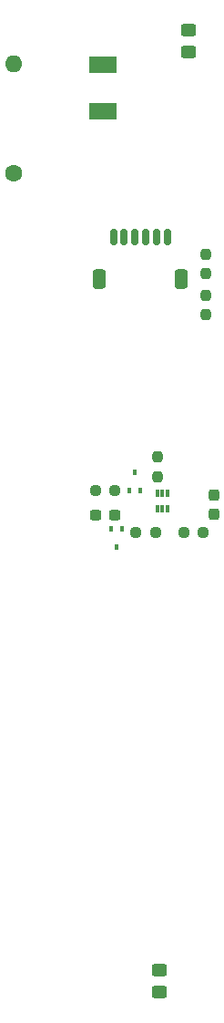
<source format=gbr>
%TF.GenerationSoftware,KiCad,Pcbnew,7.0.5*%
%TF.CreationDate,2023-06-05T00:46:42-04:00*%
%TF.ProjectId,SIDE,53494445-2e6b-4696-9361-645f70636258,rev?*%
%TF.SameCoordinates,Original*%
%TF.FileFunction,Soldermask,Bot*%
%TF.FilePolarity,Negative*%
%FSLAX46Y46*%
G04 Gerber Fmt 4.6, Leading zero omitted, Abs format (unit mm)*
G04 Created by KiCad (PCBNEW 7.0.5) date 2023-06-05 00:46:42*
%MOMM*%
%LPD*%
G01*
G04 APERTURE LIST*
G04 Aperture macros list*
%AMRoundRect*
0 Rectangle with rounded corners*
0 $1 Rounding radius*
0 $2 $3 $4 $5 $6 $7 $8 $9 X,Y pos of 4 corners*
0 Add a 4 corners polygon primitive as box body*
4,1,4,$2,$3,$4,$5,$6,$7,$8,$9,$2,$3,0*
0 Add four circle primitives for the rounded corners*
1,1,$1+$1,$2,$3*
1,1,$1+$1,$4,$5*
1,1,$1+$1,$6,$7*
1,1,$1+$1,$8,$9*
0 Add four rect primitives between the rounded corners*
20,1,$1+$1,$2,$3,$4,$5,0*
20,1,$1+$1,$4,$5,$6,$7,0*
20,1,$1+$1,$6,$7,$8,$9,0*
20,1,$1+$1,$8,$9,$2,$3,0*%
G04 Aperture macros list end*
%ADD10C,1.600000*%
%ADD11O,1.600000X1.600000*%
%ADD12RoundRect,0.237500X-0.250000X-0.237500X0.250000X-0.237500X0.250000X0.237500X-0.250000X0.237500X0*%
%ADD13RoundRect,0.237500X0.250000X0.237500X-0.250000X0.237500X-0.250000X-0.237500X0.250000X-0.237500X0*%
%ADD14RoundRect,0.237500X0.237500X-0.250000X0.237500X0.250000X-0.237500X0.250000X-0.237500X-0.250000X0*%
%ADD15R,0.460000X0.475000*%
%ADD16RoundRect,0.237500X-0.300000X-0.237500X0.300000X-0.237500X0.300000X0.237500X-0.300000X0.237500X0*%
%ADD17R,2.500000X1.500000*%
%ADD18RoundRect,0.250000X0.450000X-0.325000X0.450000X0.325000X-0.450000X0.325000X-0.450000X-0.325000X0*%
%ADD19R,0.340000X0.700000*%
%ADD20RoundRect,0.150000X0.150000X0.625000X-0.150000X0.625000X-0.150000X-0.625000X0.150000X-0.625000X0*%
%ADD21RoundRect,0.250000X0.350000X0.650000X-0.350000X0.650000X-0.350000X-0.650000X0.350000X-0.650000X0*%
%ADD22RoundRect,0.237500X0.237500X-0.300000X0.237500X0.300000X-0.237500X0.300000X-0.237500X-0.300000X0*%
%ADD23RoundRect,0.250000X-0.450000X0.325000X-0.450000X-0.325000X0.450000X-0.325000X0.450000X0.325000X0*%
G04 APERTURE END LIST*
D10*
%TO.C,R6*%
X139970000Y-64330000D03*
D11*
X139970000Y-54170000D03*
%TD*%
D12*
%TO.C,R5*%
X155767500Y-97688022D03*
X157592500Y-97688022D03*
%TD*%
D13*
%TO.C,R11*%
X149362500Y-93758022D03*
X147537500Y-93758022D03*
%TD*%
D14*
%TO.C,R2*%
X157830000Y-73630522D03*
X157830000Y-71805522D03*
%TD*%
D15*
%TO.C,Q2*%
X149010000Y-97345022D03*
X150010000Y-97345022D03*
X149510000Y-99021022D03*
%TD*%
D14*
%TO.C,R4*%
X153290000Y-92480522D03*
X153290000Y-90655522D03*
%TD*%
D16*
%TO.C,C2*%
X147587500Y-96048022D03*
X149312500Y-96048022D03*
%TD*%
D14*
%TO.C,R3*%
X157830000Y-77440522D03*
X157830000Y-75615522D03*
%TD*%
D17*
%TO.C,J2*%
X148220000Y-54200000D03*
%TD*%
D18*
%TO.C,D1*%
X156220000Y-53060522D03*
X156220000Y-51010522D03*
%TD*%
D19*
%TO.C,U2*%
X154280000Y-95468022D03*
X153780000Y-95468022D03*
X153280000Y-95468022D03*
X153280000Y-93968022D03*
X153780000Y-93968022D03*
X154280000Y-93968022D03*
%TD*%
D15*
%TO.C,Q1*%
X151730000Y-93738022D03*
X150730000Y-93738022D03*
X151230000Y-92062022D03*
%TD*%
D17*
%TO.C,J1*%
X148220000Y-58500000D03*
%TD*%
D20*
%TO.C,J4*%
X154220000Y-70218022D03*
X153220000Y-70218022D03*
X152220000Y-70218022D03*
X151220000Y-70218022D03*
X150220000Y-70218022D03*
X149220000Y-70218022D03*
D21*
X155520000Y-74093022D03*
X147920000Y-74093022D03*
%TD*%
D22*
%TO.C,C1*%
X158580000Y-95920522D03*
X158580000Y-94195522D03*
%TD*%
D23*
%TO.C,D2*%
X153500000Y-138313022D03*
X153500000Y-140363022D03*
%TD*%
D12*
%TO.C,R1*%
X151307500Y-97688022D03*
X153132500Y-97688022D03*
%TD*%
M02*

</source>
